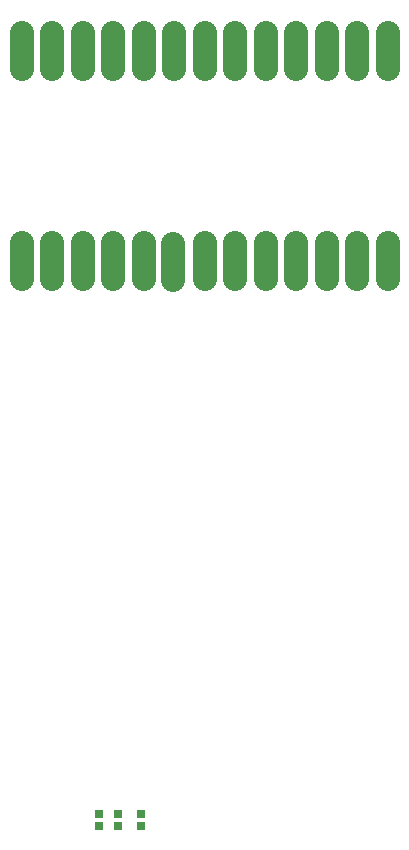
<source format=gbr>
G04*
G04 #@! TF.GenerationSoftware,Altium Limited,Altium Designer,24.6.1 (21)*
G04*
G04 Layer_Color=8421504*
%FSLAX44Y44*%
%MOMM*%
G71*
G04*
G04 #@! TF.SameCoordinates,A1155FF5-20E2-49EF-A20C-19287BC56D99*
G04*
G04*
G04 #@! TF.FilePolarity,Positive*
G04*
G01*
G75*
%ADD14R,0.6500X0.6500*%
%ADD15O,2.0320X5.0800*%
D14*
X430530Y584280D02*
D03*
Y594280D02*
D03*
X394970Y584280D02*
D03*
Y594280D02*
D03*
X411480Y584280D02*
D03*
Y594280D02*
D03*
D15*
X329777Y1240790D02*
D03*
X639657Y1062990D02*
D03*
X613833D02*
D03*
X588010D02*
D03*
X562187D02*
D03*
X536363D02*
D03*
X510540D02*
D03*
X484717D02*
D03*
X458047Y1061720D02*
D03*
X433070Y1062990D02*
D03*
X407247D02*
D03*
X381424D02*
D03*
X355600D02*
D03*
X329777D02*
D03*
X639657Y1240790D02*
D03*
X613833D02*
D03*
X588010D02*
D03*
X562187D02*
D03*
X536363D02*
D03*
X510540D02*
D03*
X484717D02*
D03*
X458893D02*
D03*
X433070D02*
D03*
X407247D02*
D03*
X381424D02*
D03*
X355600D02*
D03*
M02*

</source>
